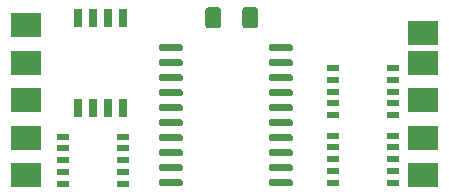
<source format=gbr>
%TF.GenerationSoftware,KiCad,Pcbnew,(5.1.9)-1*%
%TF.CreationDate,2021-01-23T19:14:43+00:00*%
%TF.ProjectId,RC-DC-Motor_Splitter,52432d44-432d-44d6-9f74-6f725f53706c,rev?*%
%TF.SameCoordinates,Original*%
%TF.FileFunction,Paste,Top*%
%TF.FilePolarity,Positive*%
%FSLAX46Y46*%
G04 Gerber Fmt 4.6, Leading zero omitted, Abs format (unit mm)*
G04 Created by KiCad (PCBNEW (5.1.9)-1) date 2021-01-23 19:14:43*
%MOMM*%
%LPD*%
G01*
G04 APERTURE LIST*
%ADD10R,2.540000X2.000000*%
%ADD11R,0.760000X1.600000*%
%ADD12R,1.100000X0.510000*%
G04 APERTURE END LIST*
D10*
%TO.C,J11*%
X94615000Y-80010000D03*
%TD*%
%TO.C,J1*%
X128270000Y-80645000D03*
%TD*%
%TO.C,J5*%
X94615000Y-86360000D03*
X94615000Y-83185000D03*
%TD*%
%TO.C,J9*%
X128270000Y-86360000D03*
X128270000Y-83185000D03*
%TD*%
%TO.C,J3*%
X128270000Y-92710000D03*
X128270000Y-89535000D03*
%TD*%
%TO.C,J4*%
X94615000Y-89535000D03*
X94615000Y-92710000D03*
%TD*%
D11*
%TO.C,SW1*%
X102870000Y-86995000D03*
X99060000Y-79375000D03*
X101600000Y-86995000D03*
X100330000Y-79375000D03*
X100330000Y-86995000D03*
X101600000Y-79375000D03*
X99060000Y-86995000D03*
X102870000Y-79375000D03*
%TD*%
D12*
%TO.C,U4*%
X97780000Y-93440000D03*
X97780000Y-92440000D03*
X102880000Y-89440000D03*
X97780000Y-91440000D03*
X97780000Y-90440000D03*
X97780000Y-89440000D03*
X102880000Y-90440000D03*
X102880000Y-91440000D03*
X102880000Y-92440000D03*
X102880000Y-93440000D03*
%TD*%
%TO.C,U3*%
X125730000Y-89345000D03*
X125730000Y-90345000D03*
X120630000Y-93345000D03*
X125730000Y-91345000D03*
X125730000Y-92345000D03*
X125730000Y-93345000D03*
X120630000Y-92345000D03*
X120630000Y-91345000D03*
X120630000Y-90345000D03*
X120630000Y-89345000D03*
%TD*%
%TO.C,U2*%
X125730000Y-83630000D03*
X125730000Y-84630000D03*
X120630000Y-87630000D03*
X125730000Y-85630000D03*
X125730000Y-86630000D03*
X125730000Y-87630000D03*
X120630000Y-86630000D03*
X120630000Y-85630000D03*
X120630000Y-84630000D03*
X120630000Y-83630000D03*
%TD*%
%TO.C,U1*%
G36*
G01*
X115180000Y-82065000D02*
X115180000Y-81765000D01*
G75*
G02*
X115330000Y-81615000I150000J0D01*
G01*
X117080000Y-81615000D01*
G75*
G02*
X117230000Y-81765000I0J-150000D01*
G01*
X117230000Y-82065000D01*
G75*
G02*
X117080000Y-82215000I-150000J0D01*
G01*
X115330000Y-82215000D01*
G75*
G02*
X115180000Y-82065000I0J150000D01*
G01*
G37*
G36*
G01*
X115180000Y-83335000D02*
X115180000Y-83035000D01*
G75*
G02*
X115330000Y-82885000I150000J0D01*
G01*
X117080000Y-82885000D01*
G75*
G02*
X117230000Y-83035000I0J-150000D01*
G01*
X117230000Y-83335000D01*
G75*
G02*
X117080000Y-83485000I-150000J0D01*
G01*
X115330000Y-83485000D01*
G75*
G02*
X115180000Y-83335000I0J150000D01*
G01*
G37*
G36*
G01*
X115180000Y-84605000D02*
X115180000Y-84305000D01*
G75*
G02*
X115330000Y-84155000I150000J0D01*
G01*
X117080000Y-84155000D01*
G75*
G02*
X117230000Y-84305000I0J-150000D01*
G01*
X117230000Y-84605000D01*
G75*
G02*
X117080000Y-84755000I-150000J0D01*
G01*
X115330000Y-84755000D01*
G75*
G02*
X115180000Y-84605000I0J150000D01*
G01*
G37*
G36*
G01*
X115180000Y-85875000D02*
X115180000Y-85575000D01*
G75*
G02*
X115330000Y-85425000I150000J0D01*
G01*
X117080000Y-85425000D01*
G75*
G02*
X117230000Y-85575000I0J-150000D01*
G01*
X117230000Y-85875000D01*
G75*
G02*
X117080000Y-86025000I-150000J0D01*
G01*
X115330000Y-86025000D01*
G75*
G02*
X115180000Y-85875000I0J150000D01*
G01*
G37*
G36*
G01*
X115180000Y-87145000D02*
X115180000Y-86845000D01*
G75*
G02*
X115330000Y-86695000I150000J0D01*
G01*
X117080000Y-86695000D01*
G75*
G02*
X117230000Y-86845000I0J-150000D01*
G01*
X117230000Y-87145000D01*
G75*
G02*
X117080000Y-87295000I-150000J0D01*
G01*
X115330000Y-87295000D01*
G75*
G02*
X115180000Y-87145000I0J150000D01*
G01*
G37*
G36*
G01*
X115180000Y-88415000D02*
X115180000Y-88115000D01*
G75*
G02*
X115330000Y-87965000I150000J0D01*
G01*
X117080000Y-87965000D01*
G75*
G02*
X117230000Y-88115000I0J-150000D01*
G01*
X117230000Y-88415000D01*
G75*
G02*
X117080000Y-88565000I-150000J0D01*
G01*
X115330000Y-88565000D01*
G75*
G02*
X115180000Y-88415000I0J150000D01*
G01*
G37*
G36*
G01*
X115180000Y-89685000D02*
X115180000Y-89385000D01*
G75*
G02*
X115330000Y-89235000I150000J0D01*
G01*
X117080000Y-89235000D01*
G75*
G02*
X117230000Y-89385000I0J-150000D01*
G01*
X117230000Y-89685000D01*
G75*
G02*
X117080000Y-89835000I-150000J0D01*
G01*
X115330000Y-89835000D01*
G75*
G02*
X115180000Y-89685000I0J150000D01*
G01*
G37*
G36*
G01*
X115180000Y-90955000D02*
X115180000Y-90655000D01*
G75*
G02*
X115330000Y-90505000I150000J0D01*
G01*
X117080000Y-90505000D01*
G75*
G02*
X117230000Y-90655000I0J-150000D01*
G01*
X117230000Y-90955000D01*
G75*
G02*
X117080000Y-91105000I-150000J0D01*
G01*
X115330000Y-91105000D01*
G75*
G02*
X115180000Y-90955000I0J150000D01*
G01*
G37*
G36*
G01*
X115180000Y-92225000D02*
X115180000Y-91925000D01*
G75*
G02*
X115330000Y-91775000I150000J0D01*
G01*
X117080000Y-91775000D01*
G75*
G02*
X117230000Y-91925000I0J-150000D01*
G01*
X117230000Y-92225000D01*
G75*
G02*
X117080000Y-92375000I-150000J0D01*
G01*
X115330000Y-92375000D01*
G75*
G02*
X115180000Y-92225000I0J150000D01*
G01*
G37*
G36*
G01*
X115180000Y-93495000D02*
X115180000Y-93195000D01*
G75*
G02*
X115330000Y-93045000I150000J0D01*
G01*
X117080000Y-93045000D01*
G75*
G02*
X117230000Y-93195000I0J-150000D01*
G01*
X117230000Y-93495000D01*
G75*
G02*
X117080000Y-93645000I-150000J0D01*
G01*
X115330000Y-93645000D01*
G75*
G02*
X115180000Y-93495000I0J150000D01*
G01*
G37*
G36*
G01*
X105880000Y-93495000D02*
X105880000Y-93195000D01*
G75*
G02*
X106030000Y-93045000I150000J0D01*
G01*
X107780000Y-93045000D01*
G75*
G02*
X107930000Y-93195000I0J-150000D01*
G01*
X107930000Y-93495000D01*
G75*
G02*
X107780000Y-93645000I-150000J0D01*
G01*
X106030000Y-93645000D01*
G75*
G02*
X105880000Y-93495000I0J150000D01*
G01*
G37*
G36*
G01*
X105880000Y-92225000D02*
X105880000Y-91925000D01*
G75*
G02*
X106030000Y-91775000I150000J0D01*
G01*
X107780000Y-91775000D01*
G75*
G02*
X107930000Y-91925000I0J-150000D01*
G01*
X107930000Y-92225000D01*
G75*
G02*
X107780000Y-92375000I-150000J0D01*
G01*
X106030000Y-92375000D01*
G75*
G02*
X105880000Y-92225000I0J150000D01*
G01*
G37*
G36*
G01*
X105880000Y-90955000D02*
X105880000Y-90655000D01*
G75*
G02*
X106030000Y-90505000I150000J0D01*
G01*
X107780000Y-90505000D01*
G75*
G02*
X107930000Y-90655000I0J-150000D01*
G01*
X107930000Y-90955000D01*
G75*
G02*
X107780000Y-91105000I-150000J0D01*
G01*
X106030000Y-91105000D01*
G75*
G02*
X105880000Y-90955000I0J150000D01*
G01*
G37*
G36*
G01*
X105880000Y-89685000D02*
X105880000Y-89385000D01*
G75*
G02*
X106030000Y-89235000I150000J0D01*
G01*
X107780000Y-89235000D01*
G75*
G02*
X107930000Y-89385000I0J-150000D01*
G01*
X107930000Y-89685000D01*
G75*
G02*
X107780000Y-89835000I-150000J0D01*
G01*
X106030000Y-89835000D01*
G75*
G02*
X105880000Y-89685000I0J150000D01*
G01*
G37*
G36*
G01*
X105880000Y-88415000D02*
X105880000Y-88115000D01*
G75*
G02*
X106030000Y-87965000I150000J0D01*
G01*
X107780000Y-87965000D01*
G75*
G02*
X107930000Y-88115000I0J-150000D01*
G01*
X107930000Y-88415000D01*
G75*
G02*
X107780000Y-88565000I-150000J0D01*
G01*
X106030000Y-88565000D01*
G75*
G02*
X105880000Y-88415000I0J150000D01*
G01*
G37*
G36*
G01*
X105880000Y-87145000D02*
X105880000Y-86845000D01*
G75*
G02*
X106030000Y-86695000I150000J0D01*
G01*
X107780000Y-86695000D01*
G75*
G02*
X107930000Y-86845000I0J-150000D01*
G01*
X107930000Y-87145000D01*
G75*
G02*
X107780000Y-87295000I-150000J0D01*
G01*
X106030000Y-87295000D01*
G75*
G02*
X105880000Y-87145000I0J150000D01*
G01*
G37*
G36*
G01*
X105880000Y-85875000D02*
X105880000Y-85575000D01*
G75*
G02*
X106030000Y-85425000I150000J0D01*
G01*
X107780000Y-85425000D01*
G75*
G02*
X107930000Y-85575000I0J-150000D01*
G01*
X107930000Y-85875000D01*
G75*
G02*
X107780000Y-86025000I-150000J0D01*
G01*
X106030000Y-86025000D01*
G75*
G02*
X105880000Y-85875000I0J150000D01*
G01*
G37*
G36*
G01*
X105880000Y-84605000D02*
X105880000Y-84305000D01*
G75*
G02*
X106030000Y-84155000I150000J0D01*
G01*
X107780000Y-84155000D01*
G75*
G02*
X107930000Y-84305000I0J-150000D01*
G01*
X107930000Y-84605000D01*
G75*
G02*
X107780000Y-84755000I-150000J0D01*
G01*
X106030000Y-84755000D01*
G75*
G02*
X105880000Y-84605000I0J150000D01*
G01*
G37*
G36*
G01*
X105880000Y-83335000D02*
X105880000Y-83035000D01*
G75*
G02*
X106030000Y-82885000I150000J0D01*
G01*
X107780000Y-82885000D01*
G75*
G02*
X107930000Y-83035000I0J-150000D01*
G01*
X107930000Y-83335000D01*
G75*
G02*
X107780000Y-83485000I-150000J0D01*
G01*
X106030000Y-83485000D01*
G75*
G02*
X105880000Y-83335000I0J150000D01*
G01*
G37*
G36*
G01*
X105880000Y-82065000D02*
X105880000Y-81765000D01*
G75*
G02*
X106030000Y-81615000I150000J0D01*
G01*
X107780000Y-81615000D01*
G75*
G02*
X107930000Y-81765000I0J-150000D01*
G01*
X107930000Y-82065000D01*
G75*
G02*
X107780000Y-82215000I-150000J0D01*
G01*
X106030000Y-82215000D01*
G75*
G02*
X105880000Y-82065000I0J150000D01*
G01*
G37*
%TD*%
%TO.C,C1*%
G36*
G01*
X112952500Y-80025001D02*
X112952500Y-78724999D01*
G75*
G02*
X113202499Y-78475000I249999J0D01*
G01*
X114027501Y-78475000D01*
G75*
G02*
X114277500Y-78724999I0J-249999D01*
G01*
X114277500Y-80025001D01*
G75*
G02*
X114027501Y-80275000I-249999J0D01*
G01*
X113202499Y-80275000D01*
G75*
G02*
X112952500Y-80025001I0J249999D01*
G01*
G37*
G36*
G01*
X109827500Y-80025001D02*
X109827500Y-78724999D01*
G75*
G02*
X110077499Y-78475000I249999J0D01*
G01*
X110902501Y-78475000D01*
G75*
G02*
X111152500Y-78724999I0J-249999D01*
G01*
X111152500Y-80025001D01*
G75*
G02*
X110902501Y-80275000I-249999J0D01*
G01*
X110077499Y-80275000D01*
G75*
G02*
X109827500Y-80025001I0J249999D01*
G01*
G37*
%TD*%
M02*

</source>
